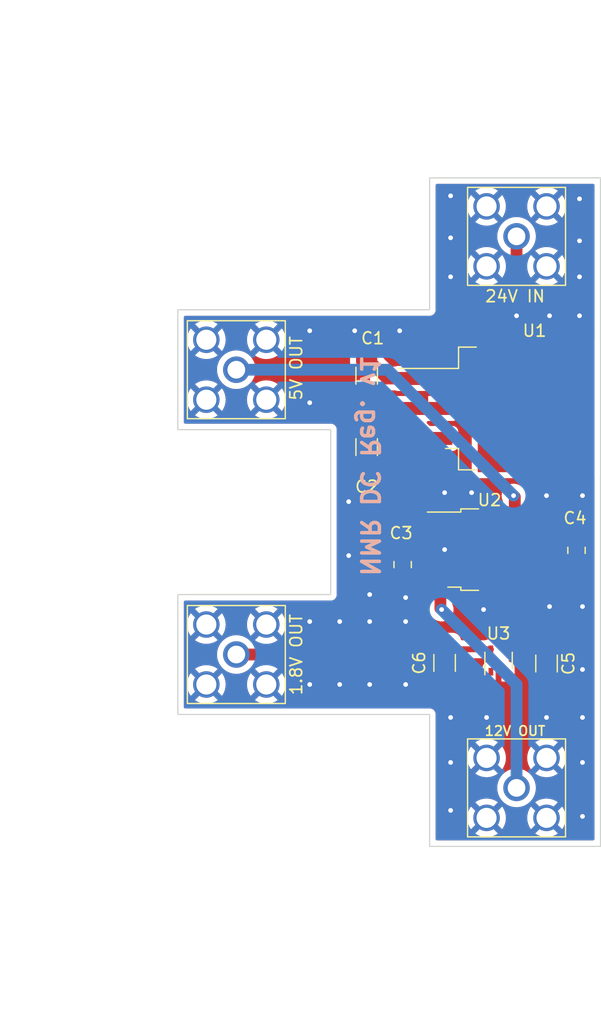
<source format=kicad_pcb>
(kicad_pcb (version 20211014) (generator pcbnew)
  (layers (0 "F.Cu" signal) (31 "B.Cu" signal) (34 "B.Paste" user) (35 "F.Paste" user) (36 "B.SilkS" user "B.Silkscreen") (37 "F.SilkS" user "F.Silkscreen") (38 "B.Mask" user) (39 "F.Mask" user) (44 "Edge.Cuts" user))
  (net 0 "")
  (net 1 "Net-(C1-Pad1)")
  (net 2 "GND")
  (net 3 "Net-(C2-Pad1)")
  (net 4 "Net-(C4-Pad1)")
  (net 5 "Net-(C6-Pad1)")
  (footprint "Capacitor_SMD:C_1206_3216Metric" (layer "F.Cu") (at 110.236 86.614 -90)
    (fp_text reference "C1" (at -3.175 -0.508 180) (layer "F.SilkS"))
    (fp_text value "0.33 uF")
    (fp_line (start -0.711252 0.91) (end 0.711252 0.91) (layer "F.SilkS") (width 0.12))
    (fp_line (start -0.711252 -0.91) (end 0.711252 -0.91) (layer "F.SilkS") (width 0.12))
    (pad "1" smd roundrect (at -1.475 0 270) (size 1.15 1.8) (layers "F.Cu" "F.Paste" "F.Mask") (roundrect_rratio 0.2173913043) (net 1 "Net-(C1-Pad1)"))
    (pad "2" smd roundrect (at 1.475 0 270) (size 1.15 1.8) (layers "F.Cu" "F.Paste" "F.Mask") (roundrect_rratio 0.2173913043) (net 2 "GND"))
  )
  (footprint "Package_TO_SOT_SMD:SOT-353_SC-70-5" (layer "F.Cu") (at 121.412 110.744 90)
    (fp_text reference "U3" (at 2.286 0 180) (layer "F.SilkS"))
    (fp_text value "NCP715-1.8V")
    (fp_line (start 0.7 -1.16) (end -1.2 -1.16) (layer "F.SilkS") (width 0.12))
    (fp_line (start -0.7 1.16) (end 0.7 1.16) (layer "F.SilkS") (width 0.12))
    (pad "1" smd rect (at -0.95 -0.65 90) (size 0.65 0.4) (layers "F.Cu" "F.Paste" "F.Mask"))
    (pad "2" smd rect (at -0.95 0 90) (size 0.65 0.4) (layers "F.Cu" "F.Paste" "F.Mask") (net 2 "GND"))
    (pad "3" smd rect (at -0.95 0.65 90) (size 0.65 0.4) (layers "F.Cu" "F.Paste" "F.Mask"))
    (pad "4" smd rect (at 0.95 0.65 90) (size 0.65 0.4) (layers "F.Cu" "F.Paste" "F.Mask") (net 4 "Net-(C4-Pad1)"))
    (pad "5" smd rect (at 0.95 -0.65 90) (size 0.65 0.4) (layers "F.Cu" "F.Paste" "F.Mask") (net 5 "Net-(C6-Pad1)"))
  )
  (footprint "Capacitor_SMD:C_1206_3216Metric" (layer "F.Cu") (at 125.476 110.998 -90)
    (fp_text reference "C5" (at 0 -1.85 90) (layer "F.SilkS"))
    (fp_text value "1 uF")
    (fp_line (start -0.711252 0.91) (end 0.711252 0.91) (layer "F.SilkS") (width 0.12))
    (fp_line (start -0.711252 -0.91) (end 0.711252 -0.91) (layer "F.SilkS") (width 0.12))
    (pad "1" smd roundrect (at -1.475 0 270) (size 1.15 1.8) (layers "F.Cu" "F.Paste" "F.Mask") (roundrect_rratio 0.2173913043) (net 4 "Net-(C4-Pad1)"))
    (pad "2" smd roundrect (at 1.475 0 270) (size 1.15 1.8) (layers "F.Cu" "F.Paste" "F.Mask") (roundrect_rratio 0.2173913043) (net 2 "GND"))
  )
  (footprint "Package_TO_SOT_SMD:TO-263-3_TabPin2" (layer "F.Cu") (at 120.97 89.389)
    (fp_text reference "U1" (at 3.49 -6.585) (layer "F.SilkS"))
    (fp_text value "LM7812_TO220")
    (fp_line (start -2.95 -5.2) (end -2.95 -3.39) (layer "F.SilkS") (width 0.12))
    (fp_line (start -2.95 3.39) (end -4.05 3.39) (layer "F.SilkS") (width 0.12))
    (fp_line (start -1.45 5.2) (end -2.95 5.2) (layer "F.SilkS") (width 0.12))
    (fp_line (start -1.45 -5.2) (end -2.95 -5.2) (layer "F.SilkS") (width 0.12))
    (fp_line (start -2.95 5.2) (end -2.95 3.39) (layer "F.SilkS") (width 0.12))
    (fp_line (start -2.95 -3.39) (end -8.075 -3.39) (layer "F.SilkS") (width 0.12))
    (pad "1" smd rect (at -5.775 -2.54) (size 4.6 1.1) (layers "F.Cu" "F.Paste" "F.Mask") (net 1 "Net-(C1-Pad1)"))
    (pad "2" smd rect (at -5.775 0) (size 4.6 1.1) (layers "F.Cu" "F.Paste" "F.Mask") (net 2 "GND"))
    (pad "2" smd rect (at 3.375 0) (size 9.4 10.8) (layers "F.Cu" "F.Mask") (net 2 "GND"))
    (pad "3" smd rect (at -5.775 2.54) (size 4.6 1.1) (layers "F.Cu" "F.Paste" "F.Mask") (net 3 "Net-(C2-Pad1)"))
  )
  (footprint "Connector_Coaxial:SMA_Amphenol_132203-12_Horizontal" (layer "F.Cu") (at 99.19 86.106 90)
    (fp_text reference "5V OUT" (at 0.127 5.077 90) (layer "F.SilkS"))
    (fp_text value "Conn_Coaxial")
    (fp_line (start 4.15 -4.15) (end 4.15 4.15) (layer "F.SilkS") (width 0.12))
    (fp_line (start -4.15 4.15) (end 4.15 4.15) (layer "F.SilkS") (width 0.12))
    (fp_line (start -4.15 -4.15) (end 4.15 -4.15) (layer "F.SilkS") (width 0.12))
    (fp_line (start -4.15 -4.15) (end -4.15 4.15) (layer "F.SilkS") (width 0.12))
    (pad "1" thru_hole circle (at 0 0 90) (size 2.25 2.25) (drill 1.5) (layers *.Cu *.Mask) (net 4 "Net-(C4-Pad1)"))
    (pad "2" thru_hole circle (at 2.54 -2.54 90) (size 2.25 2.25) (drill 1.7) (layers *.Cu *.Mask) (net 2 "GND"))
    (pad "2" thru_hole circle (at -2.54 -2.54 90) (size 2.25 2.25) (drill 1.7) (layers *.Cu *.Mask) (net 2 "GND"))
    (pad "2" thru_hole circle (at 2.54 2.54 180) (size 2.25 2.25) (drill 1.7) (layers *.Cu *.Mask) (net 2 "GND"))
    (pad "2" thru_hole circle (at -2.54 2.54 90) (size 2.25 2.25) (drill 1.7) (layers *.Cu *.Mask) (net 2 "GND"))
  )
  (footprint "Capacitor_SMD:C_1206_3216Metric" (layer "F.Cu") (at 110.236 92.661 -90)
    (fp_text reference "C2" (at 3.351 0 180) (layer "F.SilkS"))
    (fp_text value "1 uF")
    (fp_line (start -0.711252 0.91) (end 0.711252 0.91) (layer "F.SilkS") (width 0.12))
    (fp_line (start -0.711252 -0.91) (end 0.711252 -0.91) (layer "F.SilkS") (width 0.12))
    (pad "1" smd roundrect (at -1.475 0 270) (size 1.15 1.8) (layers "F.Cu" "F.Paste" "F.Mask") (roundrect_rratio 0.2173913043) (net 3 "Net-(C2-Pad1)"))
    (pad "2" smd roundrect (at 1.475 0 270) (size 1.15 1.8) (layers "F.Cu" "F.Paste" "F.Mask") (roundrect_rratio 0.2173913043) (net 2 "GND"))
  )
  (footprint "Capacitor_SMD:C_1206_3216Metric" (layer "F.Cu") (at 116.84 110.949 -90)
    (fp_text reference "C6" (at 0 2.159 90) (layer "F.SilkS"))
    (fp_text value "1 uF")
    (fp_line (start -0.711252 -0.91) (end 0.711252 -0.91) (layer "F.SilkS") (width 0.12))
    (fp_line (start -0.711252 0.91) (end 0.711252 0.91) (layer "F.SilkS") (width 0.12))
    (pad "1" smd roundrect (at -1.475 0 270) (size 1.15 1.8) (layers "F.Cu" "F.Paste" "F.Mask") (roundrect_rratio 0.2173913043) (net 5 "Net-(C6-Pad1)"))
    (pad "2" smd roundrect (at 1.475 0 270) (size 1.15 1.8) (layers "F.Cu" "F.Paste" "F.Mask") (roundrect_rratio 0.2173913043) (net 2 "GND"))
  )
  (footprint "Package_TO_SOT_SMD:TO-252-2" (layer "F.Cu") (at 120.685 101.347)
    (fp_text reference "U2" (at -0.035 -4.192) (layer "F.SilkS"))
    (fp_text value "NCP1117-5.0_TO252")
    (fp_line (start -2.47 3.18) (end -3.57 3.18) (layer "F.SilkS") (width 0.12))
    (fp_line (start -2.47 -3.45) (end -2.47 -3.18) (layer "F.SilkS") (width 0.12))
    (fp_line (start -0.97 3.45) (end -2.47 3.45) (layer "F.SilkS") (width 0.12))
    (fp_line (start -2.47 3.45) (end -2.47 3.18) (layer "F.SilkS") (width 0.12))
    (fp_line (start -2.47 -3.18) (end -5.3 -3.18) (layer "F.SilkS") (width 0.12))
    (fp_line (start -0.97 -3.45) (end -2.47 -3.45) (layer "F.SilkS") (width 0.12))
    (pad "1" smd rect (at -4.2 -2.28) (size 2.2 1.2) (layers "F.Cu" "F.Paste" "F.Mask") (net 2 "GND"))
    (pad "2" smd rect (at 2.1 0) (size 6.4 5.8) (layers "F.Cu" "F.Mask") (net 4 "Net-(C4-Pad1)"))
    (pad "3" smd rect (at -4.2 2.28) (size 2.2 1.2) (layers "F.Cu" "F.Paste" "F.Mask") (net 3 "Net-(C2-Pad1)"))
  )
  (footprint "Capacitor_SMD:C_0805_2012Metric" (layer "F.Cu") (at 113.284 102.616 90)
    (fp_text reference "C3" (at 2.667 -0.127 180) (layer "F.SilkS"))
    (fp_text value "10 uF")
    (fp_line (start -0.261252 -0.735) (end 0.261252 -0.735) (layer "F.SilkS") (width 0.12))
    (fp_line (start -0.261252 0.735) (end 0.261252 0.735) (layer "F.SilkS") (width 0.12))
    (pad "1" smd roundrect (at -0.95 0 90) (size 1 1.45) (layers "F.Cu" "F.Paste" "F.Mask") (net 3 "Net-(C2-Pad1)"))
    (pad "2" smd roundrect (at 0.95 0 90) (size 1 1.45) (layers "F.Cu" "F.Paste" "F.Mask") (net 2 "GND"))
  )
  (footprint "Connector_Coaxial:SMA_Amphenol_132203-12_Horizontal" (layer "F.Cu") (at 122.936 74.806)
    (fp_text reference "24V IN" (at -0.127 5.077 180) (layer "F.SilkS"))
    (fp_text value "Conn_Coaxial")
    (fp_line (start -4.15 -4.15) (end -4.15 4.15) (layer "F.SilkS") (width 0.12))
    (fp_line (start -4.15 4.15) (end 4.15 4.15) (layer "F.SilkS") (width 0.12))
    (fp_line (start 4.15 -4.15) (end 4.15 4.15) (layer "F.SilkS") (width 0.12))
    (fp_line (start -4.15 -4.15) (end 4.15 -4.15) (layer "F.SilkS") (width 0.12))
    (pad "1" thru_hole circle (at 0 0) (size 2.25 2.25) (drill 1.5) (layers *.Cu *.Mask) (net 1 "Net-(C1-Pad1)"))
    (pad "2" thru_hole circle (at -2.54 -2.54) (size 2.25 2.25) (drill 1.7) (layers *.Cu *.Mask) (net 2 "GND"))
    (pad "2" thru_hole circle (at 2.54 -2.54) (size 2.25 2.25) (drill 1.7) (layers *.Cu *.Mask) (net 2 "GND"))
    (pad "2" thru_hole circle (at 2.54 2.54 90) (size 2.25 2.25) (drill 1.7) (layers *.Cu *.Mask) (net 2 "GND"))
    (pad "2" thru_hole circle (at -2.54 2.54) (size 2.25 2.25) (drill 1.7) (layers *.Cu *.Mask) (net 2 "GND"))
  )
  (footprint "Capacitor_SMD:C_0805_2012Metric" (layer "F.Cu") (at 128.016 101.412 -90)
    (fp_text reference "C4" (at -2.733 0.127 180) (layer "F.SilkS"))
    (fp_text value "10 uF")
    (fp_line (start -0.261252 -0.735) (end 0.261252 -0.735) (layer "F.SilkS") (width 0.12))
    (fp_line (start -0.261252 0.735) (end 0.261252 0.735) (layer "F.SilkS") (width 0.12))
    (pad "1" smd roundrect (at -0.95 0 270) (size 1 1.45) (layers "F.Cu" "F.Paste" "F.Mask") (net 4 "Net-(C4-Pad1)"))
    (pad "2" smd roundrect (at 0.95 0 270) (size 1 1.45) (layers "F.Cu" "F.Paste" "F.Mask") (net 2 "GND"))
  )
  (footprint "Connector_Coaxial:SMA_Amphenol_132203-12_Horizontal" (layer "F.Cu") (at 99.19 110.236 90)
    (fp_text reference "1.8V OUT" (at 0 5.077 90) (layer "F.SilkS"))
    (fp_text value "Conn_Coaxial")
    (fp_line (start 4.15 -4.15) (end 4.15 4.15) (layer "F.SilkS") (width 0.12))
    (fp_line (start -4.15 -4.15) (end 4.15 -4.15) (layer "F.SilkS") (width 0.12))
    (fp_line (start -4.15 4.15) (end 4.15 4.15) (layer "F.SilkS") (width 0.12))
    (fp_line (start -4.15 -4.15) (end -4.15 4.15) (layer "F.SilkS") (width 0.12))
    (pad "1" thru_hole circle (at 0 0 90) (size 2.25 2.25) (drill 1.5) (layers *.Cu *.Mask) (net 5 "Net-(C6-Pad1)"))
    (pad "2" thru_hole circle (at -2.54 2.54 90) (size 2.25 2.25) (drill 1.7) (layers *.Cu *.Mask) (net 2 "GND"))
    (pad "2" thru_hole circle (at -2.54 -2.54 90) (size 2.25 2.25) (drill 1.7) (layers *.Cu *.Mask) (net 2 "GND"))
    (pad "2" thru_hole circle (at 2.54 -2.54 90) (size 2.25 2.25) (drill 1.7) (layers *.Cu *.Mask) (net 2 "GND"))
    (pad "2" thru_hole circle (at 2.54 2.54 180) (size 2.25 2.25) (drill 1.7) (layers *.Cu *.Mask) (net 2 "GND"))
  )
  (footprint "Connector_Coaxial:SMA_Amphenol_132203-12_Horizontal" (layer "F.Cu") (at 122.936 121.536 180)
    (fp_text reference "12V OUT" (at 0.127 4.823 180) (layer "F.SilkS") (effects (font (size 0.8 0.8))))
    (fp_text value "Conn_Coaxial")
    (fp_line (start -4.15 -4.15) (end -4.15 4.15) (layer "F.SilkS") (width 0.12))
    (fp_line (start 4.15 -4.15) (end 4.15 4.15) (layer "F.SilkS") (width 0.12))
    (fp_line (start -4.15 -4.15) (end 4.15 -4.15) (layer "F.SilkS") (width 0.12))
    (fp_line (start -4.15 4.15) (end 4.15 4.15) (layer "F.SilkS") (width 0.12))
    (pad "1" thru_hole circle (at 0 0 180) (size 2.25 2.25) (drill 1.5) (layers *.Cu *.Mask) (net 3 "Net-(C2-Pad1)"))
    (pad "2" thru_hole circle (at 2.54 2.54 270) (size 2.25 2.25) (drill 1.7) (layers *.Cu *.Mask) (net 2 "GND"))
    (pad "2" thru_hole circle (at -2.54 -2.54 180) (size 2.25 2.25) (drill 1.7) (layers *.Cu *.Mask) (net 2 "GND"))
    (pad "2" thru_hole circle (at 2.54 -2.54 180) (size 2.25 2.25) (drill 1.7) (layers *.Cu *.Mask) (net 2 "GND"))
    (pad "2" thru_hole circle (at -2.54 2.54 180) (size 2.25 2.25) (drill 1.7) (layers *.Cu *.Mask) (net 2 "GND"))
  )
  (gr_line (start 115.57 126.492) (end 115.57 115.316) (layer "Edge.Cuts") (width 0.1))
  (gr_line (start 115.57 69.85) (end 125.73 69.85) (layer "Edge.Cuts") (width 0.1))
  (gr_line (start 94.234 115.316) (end 94.234 105.156) (layer "Edge.Cuts") (width 0.1))
  (gr_line (start 115.57 79.248) (end 115.57 69.85) (layer "Edge.Cuts") (width 0.1))
  (gr_line (start 115.57 81.026) (end 115.57 79.248) (layer "Edge.Cuts") (width 0.1))
  (gr_line (start 115.57 115.316) (end 94.234 115.316) (layer "Edge.Cuts") (width 0.1))
  (gr_line (start 94.234 91.186) (end 94.234 81.026) (layer "Edge.Cuts") (width 0.1))
  (gr_line (start 94.234 81.026) (end 115.57 81.026) (layer "Edge.Cuts") (width 0.1))
  (gr_line (start 125.73 69.85) (end 130.048 69.85) (layer "Edge.Cuts") (width 0.1))
  (gr_line (start 107.188 91.186) (end 94.234 91.186) (layer "Edge.Cuts") (width 0.1))
  (gr_line (start 130.048 69.85) (end 130.048 83.058) (layer "Edge.Cuts") (width 0.1))
  (gr_line (start 107.188 105.156) (end 107.188 91.186) (layer "Edge.Cuts") (width 0.1))
  (gr_line (start 94.234 105.156) (end 107.188 105.156) (layer "Edge.Cuts") (width 0.1))
  (gr_line (start 130.048 126.492) (end 115.57 126.492) (layer "Edge.Cuts") (width 0.1))
  (gr_line (start 130.048 83.058) (end 130.048 126.492) (layer "Edge.Cuts") (width 0.1))
  (gr_text "NMR DC Reg. v1" (at 110.49 94.234 270) (layer "B.SilkS") (effects (font (size 1.5 1.5) (thickness 0.3)) (justify mirror)))
  (segment (start 115.195 84.703) (end 115.195 86.849) (width 1) (layer "F.Cu") (net 1))
  (segment (start 122.936 78.486) (end 119.126 82.296) (width 1) (layer "F.Cu") (net 1))
  (segment (start 119.126 82.296) (end 117.602 82.296) (width 1) (layer "F.Cu") (net 1))
  (segment (start 122.936 74.806) (end 122.936 78.486) (width 1) (layer "F.Cu") (net 1))
  (segment (start 115.195 86.849) (end 111.946 86.849) (width 1) (layer "F.Cu") (net 1))
  (segment (start 111.946 86.849) (end 110.236 85.139) (width 1) (layer "F.Cu") (net 1))
  (segment (start 117.602 82.296) (end 115.195 84.703) (width 1) (layer "F.Cu") (net 1))
  (segment (start 121.412 113.03) (end 120.396 114.046) (width 0.5) (layer "F.Cu") (net 2))
  (segment (start 120.396 114.046) (end 120.396 115.57) (width 0.5) (layer "F.Cu") (net 2))
  (segment (start 121.412 111.694) (end 121.412 113.03) (width 0.5) (layer "F.Cu") (net 2))
  (via (at 128.524 123.952) (size 0.8) (drill 0.4) (layers "F.Cu" "B.Cu") (net 2))
  (via (at 125.73 81.534) (size 0.8) (drill 0.4) (layers "F.Cu" "B.Cu") (net 2))
  (via (at 128.524 119.38) (size 0.8) (drill 0.4) (layers "F.Cu" "B.Cu") (net 2))
  (via (at 117.348 119.38) (size 0.8) (drill 0.4) (layers "F.Cu" "B.Cu") (net 2))
  (via (at 119.126 96.52) (size 0.8) (drill 0.4) (layers "F.Cu" "B.Cu") (net 2))
  (via (at 105.41 112.776) (size 0.8) (drill 0.4) (layers "F.Cu" "B.Cu") (net 2))
  (via (at 107.95 107.442) (size 0.8) (drill 0.4) (layers "F.Cu" "B.Cu") (net 2))
  (via (at 108.712 101.854) (size 0.8) (drill 0.4) (layers "F.Cu" "B.Cu") (net 2))
  (via (at 110.49 105.156) (size 0.8) (drill 0.4) (layers "F.Cu" "B.Cu") (net 2))
  (via (at 113.538 105.41) (size 0.8) (drill 0.4) (layers "F.Cu" "B.Cu") (net 2))
  (via (at 117.348 123.444) (size 0.8) (drill 0.4) (layers "F.Cu" "B.Cu") (net 2))
  (via (at 109.22 82.804) (size 0.8) (drill 0.4) (layers "F.Cu" "B.Cu") (net 2))
  (via (at 110.49 107.442) (size 0.8) (drill 0.4) (layers "F.Cu" "B.Cu") (net 2))
  (via (at 116.84 96.52) (size 0.8) (drill 0.4) (layers "F.Cu" "B.Cu") (net 2))
  (via (at 117.348 74.93) (size 0.8) (drill 0.4) (layers "F.Cu" "B.Cu") (net 2))
  (via (at 117.348 71.374) (size 0.8) (drill 0.4) (layers "F.Cu" "B.Cu") (net 2))
  (via (at 116.84 101.346) (size 0.8) (drill 0.4) (layers "F.Cu" "B.Cu") (net 2))
  (via (at 113.538 107.442) (size 0.8) (drill 0.4) (layers "F.Cu" "B.Cu") (net 2))
  (via (at 128.27 78.232) (size 0.8) (drill 0.4) (layers "F.Cu" "B.Cu") (net 2))
  (via (at 128.524 111.506) (size 0.8) (drill 0.4) (layers "F.Cu" "B.Cu") (net 2))
  (via (at 125.73 106.172) (size 0.8) (drill 0.4) (layers "F.Cu" "B.Cu") (net 2))
  (via (at 117.348 78.232) (size 0.8) (drill 0.4) (layers "F.Cu" "B.Cu") (net 2))
  (via (at 105.41 107.442) (size 0.8) (drill 0.4) (layers "F.Cu" "B.Cu") (net 2))
  (via (at 107.95 112.776) (size 0.8) (drill 0.4) (layers "F.Cu" "B.Cu") (net 2))
  (via (at 108.712 97.282) (size 0.8) (drill 0.4) (layers "F.Cu" "B.Cu") (net 2))
  (via (at 105.41 82.804) (size 0.8) (drill 0.4) (layers "F.Cu" "B.Cu") (net 2))
  (via (at 110.49 112.776) (size 0.8) (drill 0.4) (layers "F.Cu" "B.Cu") (net 2))
  (via (at 128.27 75.184) (size 0.8) (drill 0.4) (layers "F.Cu" "B.Cu") (net 2))
  (via (at 113.03 82.804) (size 0.8) (drill 0.4) (layers "F.Cu" "B.Cu") (net 2))
  (via (at 125.476 96.774) (size 0.8) (drill 0.4) (layers "F.Cu" "B.Cu") (net 2))
  (via (at 105.41 88.9) (size 0.8) (drill 0.4) (layers "F.Cu" "B.Cu") (net 2))
  (via (at 120.142 106.426) (size 0.8) (drill 0.4) (layers "F.Cu" "B.Cu") (net 2))
  (via (at 128.27 71.628) (size 0.8) (drill 0.4) (layers "F.Cu" "B.Cu") (net 2))
  (via (at 128.524 106.172) (size 0.8) (drill 0.4) (layers "F.Cu" "B.Cu") (net 2))
  (via (at 120.396 115.57) (size 0.8) (drill 0.4) (layers "F.Cu" "B.Cu") (net 2))
  (via (at 128.524 96.774) (size 0.8) (drill 0.4) (layers "F.Cu" "B.Cu") (net 2))
  (via (at 117.348 115.57) (size 0.8) (drill 0.4) (layers "F.Cu" "B.Cu") (net 2))
  (via (at 122.936 81.534) (size 0.8) (drill 0.4) (layers "F.Cu" "B.Cu") (net 2))
  (via (at 125.476 115.57) (size 0.8) (drill 0.4) (layers "F.Cu" "B.Cu") (net 2))
  (via (at 128.27 81.534) (size 0.8) (drill 0.4) (layers "F.Cu" "B.Cu") (net 2))
  (via (at 128.524 115.57) (size 0.8) (drill 0.4) (layers "F.Cu" "B.Cu") (net 2))
  (via (at 113.538 112.776) (size 0.8) (drill 0.4) (layers "F.Cu" "B.Cu") (net 2))
  (segment (start 116.485 106.325) (end 116.586 106.426) (width 1) (layer "F.Cu") (net 3))
  (segment (start 116.424 103.566) (end 116.485 103.627) (width 1) (layer "F.Cu") (net 3))
  (segment (start 114.452 91.186) (end 115.195 91.929) (width 1) (layer "F.Cu") (net 3))
  (segment (start 115.195 91.929) (end 115.195 94.863) (width 1) (layer "F.Cu") (net 3))
  (segment (start 110.998 99.06) (end 110.998 102.87) (width 1) (layer "F.Cu") (net 3))
  (segment (start 116.485 103.627) (end 116.485 106.325) (width 1) (layer "F.Cu") (net 3))
  (segment (start 115.195 94.863) (end 110.998 99.06) (width 1) (layer "F.Cu") (net 3))
  (segment (start 113.284 103.566) (end 116.424 103.566) (width 1) (layer "F.Cu") (net 3))
  (segment (start 110.998 102.87) (end 111.694 103.566) (width 1) (layer "F.Cu") (net 3))
  (segment (start 111.694 103.566) (end 113.284 103.566) (width 1) (layer "F.Cu") (net 3))
  (segment (start 110.236 91.186) (end 114.452 91.186) (width 1) (layer "F.Cu") (net 3))
  (via (at 116.586 106.426) (size 0.8) (drill 0.4) (layers "F.Cu" "B.Cu") (net 3))
  (segment (start 122.936 112.776) (end 122.936 121.536) (width 1) (layer "B.Cu") (net 3))
  (segment (start 116.586 106.426) (end 122.936 112.776) (width 1) (layer "B.Cu") (net 3))
  (segment (start 123.67 100.462) (end 128.016 100.462) (width 1) (layer "F.Cu") (net 4))
  (segment (start 122.785 101.347) (end 122.785 96.877) (width 1) (layer "F.Cu") (net 4))
  (segment (start 122.062 109.794) (end 125.205 109.794) (width 0.5) (layer "F.Cu") (net 4))
  (segment (start 125.205 109.794) (end 125.476 109.523) (width 0.5) (layer "F.Cu") (net 4))
  (segment (start 122.785 101.347) (end 123.67 100.462) (width 1) (layer "F.Cu") (net 4))
  (segment (start 122.785 96.877) (end 122.682 96.774) (width 1) (layer "F.Cu") (net 4))
  (segment (start 122.785 101.347) (end 122.785 106.832) (width 1) (layer "F.Cu") (net 4))
  (segment (start 122.785 106.832) (end 125.476 109.523) (width 1) (layer "F.Cu") (net 4))
  (via (at 122.682 96.774) (size 0.8) (drill 0.4) (layers "F.Cu" "B.Cu") (net 4))
  (segment (start 112.014 86.106) (end 99.19 86.106) (width 1) (layer "B.Cu") (net 4))
  (segment (start 122.682 96.774) (end 112.014 86.106) (width 1) (layer "B.Cu") (net 4))
  (segment (start 116.078 110.236) (end 116.84 109.474) (width 1) (layer "F.Cu") (net 5))
  (segment (start 117.16 109.794) (end 116.84 109.474) (width 0.5) (layer "F.Cu") (net 5))
  (segment (start 120.762 109.794) (end 117.16 109.794) (width 0.5) (layer "F.Cu") (net 5))
  (segment (start 99.19 110.236) (end 116.078 110.236) (width 1) (layer "F.Cu") (net 5))
  (zone (net 2) (net_name "GND") (layer "F.Cu") (connect_pads (clearance 0.508)) (min_thickness 0.254) (fill yes (thermal_gap 0.508) (thermal_bridge_width 0.508))
    (polygon (pts (xy 129.794 126.238) (xy 115.824 126.238) (xy 115.824 115.062) (xy 94.488 115.062) (xy 94.488 105.41) (xy 107.442 105.41) (xy 107.442 90.932) (xy 94.488 90.932) (xy 94.488 81.28) (xy 115.824 81.28) (xy 115.824 70.104) (xy 129.794 70.104)))
  )
  (zone (net 2) (net_name "GND") (layer "B.Cu") (connect_pads (clearance 0.508)) (min_thickness 0.254) (fill yes (thermal_gap 0.508) (thermal_bridge_width 0.508))
    (polygon (pts (xy 129.794 126.238) (xy 115.824 126.238) (xy 115.824 115.062) (xy 94.488 115.062) (xy 94.488 105.41) (xy 107.442 105.41) (xy 107.442 90.932) (xy 94.488 90.932) (xy 94.488 81.28) (xy 115.824 81.28) (xy 115.824 70.104) (xy 129.794 70.104)))
  )
)
</source>
